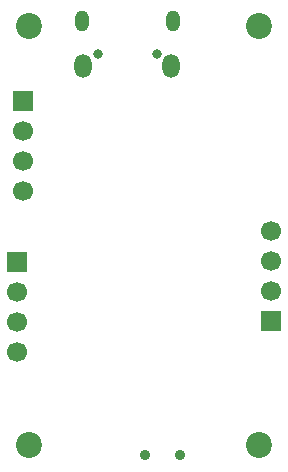
<source format=gbr>
%TF.GenerationSoftware,KiCad,Pcbnew,9.0.1*%
%TF.CreationDate,2025-04-19T10:59:12+01:00*%
%TF.ProjectId,firstkicadproject,66697273-746b-4696-9361-6470726f6a65,rev?*%
%TF.SameCoordinates,Original*%
%TF.FileFunction,Soldermask,Bot*%
%TF.FilePolarity,Negative*%
%FSLAX46Y46*%
G04 Gerber Fmt 4.6, Leading zero omitted, Abs format (unit mm)*
G04 Created by KiCad (PCBNEW 9.0.1) date 2025-04-19 10:59:12*
%MOMM*%
%LPD*%
G01*
G04 APERTURE LIST*
%ADD10R,1.700000X1.700000*%
%ADD11C,1.700000*%
%ADD12C,2.200000*%
%ADD13O,0.800000X0.800000*%
%ADD14O,1.150000X1.800000*%
%ADD15O,1.450000X2.000000*%
%ADD16C,0.900000*%
G04 APERTURE END LIST*
D10*
%TO.C,J3*%
X68500000Y-61500000D03*
D11*
X68500000Y-64040000D03*
X68500000Y-66580000D03*
X68500000Y-69120000D03*
%TD*%
D10*
%TO.C,J2*%
X69000000Y-47880000D03*
D11*
X69000000Y-50420000D03*
X69000000Y-52960000D03*
X69000000Y-55500000D03*
%TD*%
D12*
%TO.C,H4*%
X69500000Y-77000000D03*
%TD*%
%TO.C,H2*%
X69500000Y-41500000D03*
%TD*%
%TO.C,H3*%
X89000000Y-77000000D03*
%TD*%
%TO.C,H1*%
X89000000Y-41500000D03*
%TD*%
D13*
%TO.C,J1*%
X80350000Y-43900000D03*
X75350000Y-43900000D03*
D14*
X81725000Y-41150000D03*
D15*
X81575000Y-44950000D03*
X74125000Y-44950000D03*
D14*
X73975000Y-41150000D03*
%TD*%
D16*
%TO.C,SW1*%
X79350000Y-77900000D03*
X82350000Y-77900000D03*
%TD*%
D10*
%TO.C,J4*%
X90000000Y-66500000D03*
D11*
X90000000Y-63960000D03*
X90000000Y-61420000D03*
X90000000Y-58880000D03*
%TD*%
M02*

</source>
